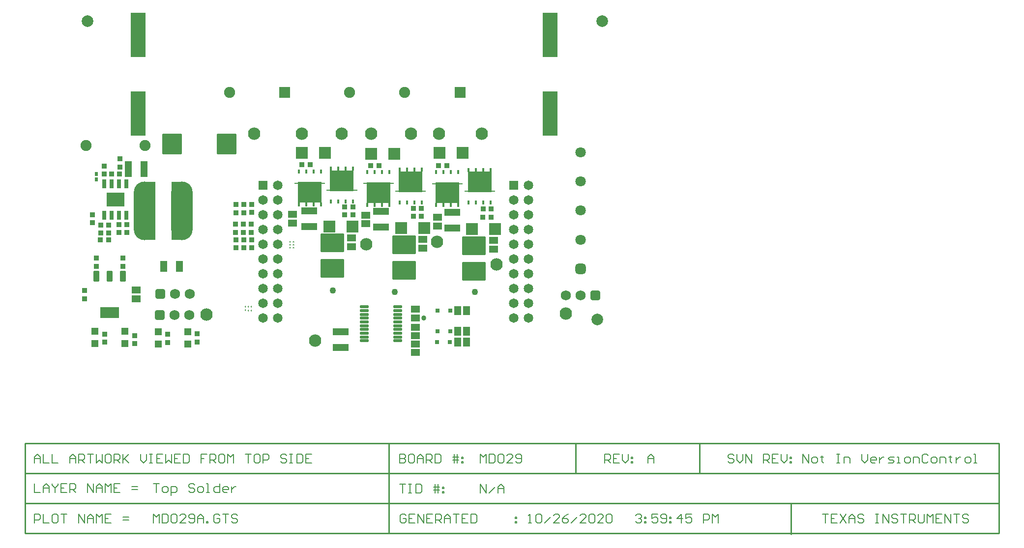
<source format=gts>
G04*
G04 #@! TF.GenerationSoftware,Altium Limited,Altium Designer,18.1.9 (240)*
G04*
G04 Layer_Color=8388736*
%FSAX44Y44*%
%MOMM*%
G71*
G01*
G75*
%ADD15C,0.2032*%
%ADD16C,0.2540*%
G04:AMPARAMS|DCode=24|XSize=0.25mm|YSize=0.555mm|CornerRadius=0.05mm|HoleSize=0mm|Usage=FLASHONLY|Rotation=90.000|XOffset=0mm|YOffset=0mm|HoleType=Round|Shape=RoundedRectangle|*
%AMROUNDEDRECTD24*
21,1,0.2500,0.4550,0,0,90.0*
21,1,0.1500,0.5550,0,0,90.0*
1,1,0.1000,0.2275,0.0750*
1,1,0.1000,0.2275,-0.0750*
1,1,0.1000,-0.2275,-0.0750*
1,1,0.1000,-0.2275,0.0750*
%
%ADD24ROUNDEDRECTD24*%
G04:AMPARAMS|DCode=26|XSize=2.4mm|YSize=3.1mm|CornerRadius=0.048mm|HoleSize=0mm|Usage=FLASHONLY|Rotation=270.000|XOffset=0mm|YOffset=0mm|HoleType=Round|Shape=RoundedRectangle|*
%AMROUNDEDRECTD26*
21,1,2.4000,3.0040,0,0,270.0*
21,1,2.3040,3.1000,0,0,270.0*
1,1,0.0960,-1.5020,-1.1520*
1,1,0.0960,-1.5020,1.1520*
1,1,0.0960,1.5020,1.1520*
1,1,0.0960,1.5020,-1.1520*
%
%ADD26ROUNDEDRECTD26*%
G04:AMPARAMS|DCode=32|XSize=1.5mm|YSize=0.45mm|CornerRadius=0.0495mm|HoleSize=0mm|Usage=FLASHONLY|Rotation=0.000|XOffset=0mm|YOffset=0mm|HoleType=Round|Shape=RoundedRectangle|*
%AMROUNDEDRECTD32*
21,1,1.5000,0.3510,0,0,0.0*
21,1,1.4010,0.4500,0,0,0.0*
1,1,0.0990,0.7005,-0.1755*
1,1,0.0990,-0.7005,-0.1755*
1,1,0.0990,-0.7005,0.1755*
1,1,0.0990,0.7005,0.1755*
%
%ADD32ROUNDEDRECTD32*%
G04:AMPARAMS|DCode=35|XSize=0.2mm|YSize=0.35mm|CornerRadius=0.0505mm|HoleSize=0mm|Usage=FLASHONLY|Rotation=90.000|XOffset=0mm|YOffset=0mm|HoleType=Round|Shape=RoundedRectangle|*
%AMROUNDEDRECTD35*
21,1,0.2000,0.2490,0,0,90.0*
21,1,0.0990,0.3500,0,0,90.0*
1,1,0.1010,0.1245,0.0495*
1,1,0.1010,0.1245,-0.0495*
1,1,0.1010,-0.1245,-0.0495*
1,1,0.1010,-0.1245,0.0495*
%
%ADD35ROUNDEDRECTD35*%
G04:AMPARAMS|DCode=36|XSize=0.2mm|YSize=0.3mm|CornerRadius=0.0505mm|HoleSize=0mm|Usage=FLASHONLY|Rotation=90.000|XOffset=0mm|YOffset=0mm|HoleType=Round|Shape=RoundedRectangle|*
%AMROUNDEDRECTD36*
21,1,0.2000,0.1990,0,0,90.0*
21,1,0.0990,0.3000,0,0,90.0*
1,1,0.1010,0.0995,0.0495*
1,1,0.1010,0.0995,-0.0495*
1,1,0.1010,-0.0995,-0.0495*
1,1,0.1010,-0.0995,0.0495*
%
%ADD36ROUNDEDRECTD36*%
G04:AMPARAMS|DCode=37|XSize=0.76mm|YSize=0.41mm|CornerRadius=0.0495mm|HoleSize=0mm|Usage=FLASHONLY|Rotation=90.000|XOffset=0mm|YOffset=0mm|HoleType=Round|Shape=RoundedRectangle|*
%AMROUNDEDRECTD37*
21,1,0.7600,0.3111,0,0,90.0*
21,1,0.6611,0.4100,0,0,90.0*
1,1,0.0989,0.1556,0.3306*
1,1,0.0989,0.1556,-0.3306*
1,1,0.0989,-0.1556,-0.3306*
1,1,0.0989,-0.1556,0.3306*
%
%ADD37ROUNDEDRECTD37*%
G04:AMPARAMS|DCode=51|XSize=0.2mm|YSize=0.35mm|CornerRadius=0.0505mm|HoleSize=0mm|Usage=FLASHONLY|Rotation=180.000|XOffset=0mm|YOffset=0mm|HoleType=Round|Shape=RoundedRectangle|*
%AMROUNDEDRECTD51*
21,1,0.2000,0.2490,0,0,180.0*
21,1,0.0990,0.3500,0,0,180.0*
1,1,0.1010,-0.0495,0.1245*
1,1,0.1010,0.0495,0.1245*
1,1,0.1010,0.0495,-0.1245*
1,1,0.1010,-0.0495,-0.1245*
%
%ADD51ROUNDEDRECTD51*%
G04:AMPARAMS|DCode=52|XSize=0.2mm|YSize=0.3mm|CornerRadius=0.0505mm|HoleSize=0mm|Usage=FLASHONLY|Rotation=180.000|XOffset=0mm|YOffset=0mm|HoleType=Round|Shape=RoundedRectangle|*
%AMROUNDEDRECTD52*
21,1,0.2000,0.1990,0,0,180.0*
21,1,0.0990,0.3000,0,0,180.0*
1,1,0.1010,-0.0495,0.0995*
1,1,0.1010,0.0495,0.0995*
1,1,0.1010,0.0495,-0.0995*
1,1,0.1010,-0.0495,-0.0995*
%
%ADD52ROUNDEDRECTD52*%
G04:AMPARAMS|DCode=53|XSize=3.58mm|YSize=4mm|CornerRadius=0.0537mm|HoleSize=0mm|Usage=FLASHONLY|Rotation=90.000|XOffset=0mm|YOffset=0mm|HoleType=Round|Shape=RoundedRectangle|*
%AMROUNDEDRECTD53*
21,1,3.5800,3.8926,0,0,90.0*
21,1,3.4726,4.0000,0,0,90.0*
1,1,0.1074,1.9463,1.7363*
1,1,0.1074,1.9463,-1.7363*
1,1,0.1074,-1.9463,-1.7363*
1,1,0.1074,-1.9463,1.7363*
%
%ADD53ROUNDEDRECTD53*%
%ADD54R,0.1800X0.2500*%
%ADD55C,1.1000*%
%ADD56R,0.7000X0.7000*%
%ADD57R,2.1000X2.1000*%
%ADD58R,2.6000X7.6000*%
%ADD59R,2.1000X2.1000*%
%ADD60O,3.7000X10.1000*%
%ADD61R,1.3000X1.3000*%
G04:AMPARAMS|DCode=62|XSize=3.35mm|YSize=3.53mm|CornerRadius=0.0988mm|HoleSize=0mm|Usage=FLASHONLY|Rotation=0.000|XOffset=0mm|YOffset=0mm|HoleType=Round|Shape=RoundedRectangle|*
%AMROUNDEDRECTD62*
21,1,3.3500,3.3325,0,0,0.0*
21,1,3.1525,3.5300,0,0,0.0*
1,1,0.1975,1.5763,-1.6663*
1,1,0.1975,-1.5763,-1.6663*
1,1,0.1975,-1.5763,1.6663*
1,1,0.1975,1.5763,1.6663*
%
%ADD62ROUNDEDRECTD62*%
G04:AMPARAMS|DCode=63|XSize=0.7mm|YSize=1.55mm|CornerRadius=0.101mm|HoleSize=0mm|Usage=FLASHONLY|Rotation=0.000|XOffset=0mm|YOffset=0mm|HoleType=Round|Shape=RoundedRectangle|*
%AMROUNDEDRECTD63*
21,1,0.7000,1.3480,0,0,0.0*
21,1,0.4980,1.5500,0,0,0.0*
1,1,0.2020,0.2490,-0.6740*
1,1,0.2020,-0.2490,-0.6740*
1,1,0.2020,-0.2490,0.6740*
1,1,0.2020,0.2490,0.6740*
%
%ADD63ROUNDEDRECTD63*%
G04:AMPARAMS|DCode=64|XSize=3.3mm|YSize=1.85mm|CornerRadius=0.1025mm|HoleSize=0mm|Usage=FLASHONLY|Rotation=0.000|XOffset=0mm|YOffset=0mm|HoleType=Round|Shape=RoundedRectangle|*
%AMROUNDEDRECTD64*
21,1,3.3000,1.6450,0,0,0.0*
21,1,3.0950,1.8500,0,0,0.0*
1,1,0.2050,1.5475,-0.8225*
1,1,0.2050,-1.5475,-0.8225*
1,1,0.2050,-1.5475,0.8225*
1,1,0.2050,1.5475,0.8225*
%
%ADD64ROUNDEDRECTD64*%
G04:AMPARAMS|DCode=65|XSize=1mm|YSize=1.85mm|CornerRadius=0.0995mm|HoleSize=0mm|Usage=FLASHONLY|Rotation=0.000|XOffset=0mm|YOffset=0mm|HoleType=Round|Shape=RoundedRectangle|*
%AMROUNDEDRECTD65*
21,1,1.0000,1.6510,0,0,0.0*
21,1,0.8010,1.8500,0,0,0.0*
1,1,0.1990,0.4005,-0.8255*
1,1,0.1990,-0.4005,-0.8255*
1,1,0.1990,-0.4005,0.8255*
1,1,0.1990,0.4005,0.8255*
%
%ADD65ROUNDEDRECTD65*%
G04:AMPARAMS|DCode=66|XSize=3.2mm|YSize=4.1mm|CornerRadius=0.0965mm|HoleSize=0mm|Usage=FLASHONLY|Rotation=270.000|XOffset=0mm|YOffset=0mm|HoleType=Round|Shape=RoundedRectangle|*
%AMROUNDEDRECTD66*
21,1,3.2000,3.9070,0,0,270.0*
21,1,3.0070,4.1000,0,0,270.0*
1,1,0.1930,-1.9535,-1.5035*
1,1,0.1930,-1.9535,1.5035*
1,1,0.1930,1.9535,1.5035*
1,1,0.1930,1.9535,-1.5035*
%
%ADD66ROUNDEDRECTD66*%
%ADD67R,2.7000X1.2000*%
%ADD68R,1.2000X2.7000*%
%ADD69R,1.2000X1.8500*%
%ADD70R,0.9000X0.9500*%
%ADD71R,0.6000X0.7000*%
%ADD72R,1.5000X1.2000*%
%ADD73R,0.9500X0.9000*%
%ADD74C,2.0000*%
%ADD75R,1.2000X1.5000*%
%ADD76C,1.7500*%
G04:AMPARAMS|DCode=77|XSize=1.75mm|YSize=1.75mm|CornerRadius=0.4625mm|HoleSize=0mm|Usage=FLASHONLY|Rotation=0.000|XOffset=0mm|YOffset=0mm|HoleType=Round|Shape=RoundedRectangle|*
%AMROUNDEDRECTD77*
21,1,1.7500,0.8250,0,0,0.0*
21,1,0.8250,1.7500,0,0,0.0*
1,1,0.9250,0.4125,-0.4125*
1,1,0.9250,-0.4125,-0.4125*
1,1,0.9250,-0.4125,0.4125*
1,1,0.9250,0.4125,0.4125*
%
%ADD77ROUNDEDRECTD77*%
%ADD78C,1.6500*%
%ADD79R,1.6500X1.6500*%
%ADD80C,1.9000*%
%ADD81R,1.9000X1.9000*%
%ADD82C,1.8000*%
G04:AMPARAMS|DCode=83|XSize=1.8mm|YSize=1.8mm|CornerRadius=0.475mm|HoleSize=0mm|Usage=FLASHONLY|Rotation=90.000|XOffset=0mm|YOffset=0mm|HoleType=Round|Shape=RoundedRectangle|*
%AMROUNDEDRECTD83*
21,1,1.8000,0.8500,0,0,90.0*
21,1,0.8500,1.8000,0,0,90.0*
1,1,0.9500,0.4250,0.4250*
1,1,0.9500,0.4250,-0.4250*
1,1,0.9500,-0.4250,-0.4250*
1,1,0.9500,-0.4250,0.4250*
%
%ADD83ROUNDEDRECTD83*%
%ADD84C,2.1320*%
%ADD85C,0.8620*%
G54D15*
X00322326Y00186814D02*
X00332483D01*
X00327404D01*
Y00171579D01*
X00340100D02*
X00345179D01*
X00347718Y00174118D01*
Y00179196D01*
X00345179Y00181735D01*
X00340100D01*
X00337561Y00179196D01*
Y00174118D01*
X00340100Y00171579D01*
X00352796Y00166500D02*
Y00181735D01*
X00360414D01*
X00362953Y00179196D01*
Y00174118D01*
X00360414Y00171579D01*
X00352796D01*
X00393423Y00184275D02*
X00390884Y00186814D01*
X00385806D01*
X00383266Y00184275D01*
Y00181735D01*
X00385806Y00179196D01*
X00390884D01*
X00393423Y00176657D01*
Y00174118D01*
X00390884Y00171579D01*
X00385806D01*
X00383266Y00174118D01*
X00401040Y00171579D02*
X00406119D01*
X00408658Y00174118D01*
Y00179196D01*
X00406119Y00181735D01*
X00401040D01*
X00398501Y00179196D01*
Y00174118D01*
X00401040Y00171579D01*
X00413736D02*
X00418815D01*
X00416276D01*
Y00186814D01*
X00413736D01*
X00436589D02*
Y00171579D01*
X00428971D01*
X00426432Y00174118D01*
Y00179196D01*
X00428971Y00181735D01*
X00436589D01*
X00449285Y00171579D02*
X00444207D01*
X00441667Y00174118D01*
Y00179196D01*
X00444207Y00181735D01*
X00449285D01*
X00451824Y00179196D01*
Y00176657D01*
X00441667D01*
X00456903Y00181735D02*
Y00171579D01*
Y00176657D01*
X00459442Y00179196D01*
X00461981Y00181735D01*
X00464520D01*
X00322326Y00186814D02*
X00332483D01*
X00327404D01*
Y00171579D01*
X00340100D02*
X00345179D01*
X00347718Y00174118D01*
Y00179196D01*
X00345179Y00181735D01*
X00340100D01*
X00337561Y00179196D01*
Y00174118D01*
X00340100Y00171579D01*
X00352796Y00166500D02*
Y00181735D01*
X00360414D01*
X00362953Y00179196D01*
Y00174118D01*
X00360414Y00171579D01*
X00352796D01*
X00393423Y00184275D02*
X00390884Y00186814D01*
X00385806D01*
X00383266Y00184275D01*
Y00181735D01*
X00385806Y00179196D01*
X00390884D01*
X00393423Y00176657D01*
Y00174118D01*
X00390884Y00171579D01*
X00385806D01*
X00383266Y00174118D01*
X00401040Y00171579D02*
X00406119D01*
X00408658Y00174118D01*
Y00179196D01*
X00406119Y00181735D01*
X00401040D01*
X00398501Y00179196D01*
Y00174118D01*
X00401040Y00171579D01*
X00413736D02*
X00418815D01*
X00416276D01*
Y00186814D01*
X00413736D01*
X00436589D02*
Y00171579D01*
X00428971D01*
X00426432Y00174118D01*
Y00179196D01*
X00428971Y00181735D01*
X00436589D01*
X00449285Y00171579D02*
X00444207D01*
X00441667Y00174118D01*
Y00179196D01*
X00444207Y00181735D01*
X00449285D01*
X00451824Y00179196D01*
Y00176657D01*
X00441667D01*
X00456903Y00181735D02*
Y00171579D01*
Y00176657D01*
X00459442Y00179196D01*
X00461981Y00181735D01*
X00464520D01*
X00885317Y00171450D02*
Y00186685D01*
X00895474Y00171450D01*
Y00186685D01*
X00900552Y00171450D02*
X00910709Y00181607D01*
X00915787Y00171450D02*
Y00181607D01*
X00920865Y00186685D01*
X00925944Y00181607D01*
Y00171450D01*
Y00179067D01*
X00915787D01*
X00746760Y00186685D02*
X00756917D01*
X00751838D01*
Y00171450D01*
X00761995Y00186685D02*
X00767073D01*
X00764534D01*
Y00171450D01*
X00761995D01*
X00767073D01*
X00774691Y00186685D02*
Y00171450D01*
X00782309D01*
X00784848Y00173989D01*
Y00184146D01*
X00782309Y00186685D01*
X00774691D01*
X00807700Y00171450D02*
Y00186685D01*
X00812779D02*
Y00171450D01*
X00805161Y00181607D02*
X00812779D01*
X00815318D01*
X00805161Y00176528D02*
X00815318D01*
X00820396Y00181607D02*
X00822935D01*
Y00179067D01*
X00820396D01*
Y00181607D01*
Y00173989D02*
X00822935D01*
Y00171450D01*
X00820396D01*
Y00173989D01*
X01474470Y00134530D02*
X01484627D01*
X01479548D01*
Y00119295D01*
X01499862Y00134530D02*
X01489705D01*
Y00119295D01*
X01499862D01*
X01489705Y00126912D02*
X01494783D01*
X01504940Y00134530D02*
X01515097Y00119295D01*
Y00134530D02*
X01504940Y00119295D01*
X01520175D02*
Y00129452D01*
X01525254Y00134530D01*
X01530332Y00129452D01*
Y00119295D01*
Y00126912D01*
X01520175D01*
X01545567Y00131991D02*
X01543028Y00134530D01*
X01537950D01*
X01535410Y00131991D01*
Y00129452D01*
X01537950Y00126912D01*
X01543028D01*
X01545567Y00124373D01*
Y00121834D01*
X01543028Y00119295D01*
X01537950D01*
X01535410Y00121834D01*
X01565880Y00134530D02*
X01570959D01*
X01568420D01*
Y00119295D01*
X01565880D01*
X01570959D01*
X01578576D02*
Y00134530D01*
X01588733Y00119295D01*
Y00134530D01*
X01603968Y00131991D02*
X01601429Y00134530D01*
X01596351D01*
X01593811Y00131991D01*
Y00129452D01*
X01596351Y00126912D01*
X01601429D01*
X01603968Y00124373D01*
Y00121834D01*
X01601429Y00119295D01*
X01596351D01*
X01593811Y00121834D01*
X01609046Y00134530D02*
X01619203D01*
X01614125D01*
Y00119295D01*
X01624281D02*
Y00134530D01*
X01631899D01*
X01634438Y00131991D01*
Y00126912D01*
X01631899Y00124373D01*
X01624281D01*
X01629360D02*
X01634438Y00119295D01*
X01639517Y00134530D02*
Y00121834D01*
X01642056Y00119295D01*
X01647134D01*
X01649673Y00121834D01*
Y00134530D01*
X01654752Y00119295D02*
Y00134530D01*
X01659830Y00129452D01*
X01664908Y00134530D01*
Y00119295D01*
X01680143Y00134530D02*
X01669987D01*
Y00119295D01*
X01680143D01*
X01669987Y00126912D02*
X01675065D01*
X01685222Y00119295D02*
Y00134530D01*
X01695379Y00119295D01*
Y00134530D01*
X01700457D02*
X01710614D01*
X01705535D01*
Y00119295D01*
X01725849Y00131991D02*
X01723309Y00134530D01*
X01718231D01*
X01715692Y00131991D01*
Y00129452D01*
X01718231Y00126912D01*
X01723309D01*
X01725849Y00124373D01*
Y00121834D01*
X01723309Y00119295D01*
X01718231D01*
X01715692Y00121834D01*
X01153287Y00131991D02*
X01155826Y00134530D01*
X01160904D01*
X01163444Y00131991D01*
Y00129452D01*
X01160904Y00126912D01*
X01158365D01*
X01160904D01*
X01163444Y00124373D01*
Y00121834D01*
X01160904Y00119295D01*
X01155826D01*
X01153287Y00121834D01*
X01168522Y00129452D02*
X01171061D01*
Y00126912D01*
X01168522D01*
Y00129452D01*
Y00121834D02*
X01171061D01*
Y00119295D01*
X01168522D01*
Y00121834D01*
X01191375Y00134530D02*
X01181218D01*
Y00126912D01*
X01186296Y00129452D01*
X01188836D01*
X01191375Y00126912D01*
Y00121834D01*
X01188836Y00119295D01*
X01183757D01*
X01181218Y00121834D01*
X01196453D02*
X01198992Y00119295D01*
X01204071D01*
X01206610Y00121834D01*
Y00131991D01*
X01204071Y00134530D01*
X01198992D01*
X01196453Y00131991D01*
Y00129452D01*
X01198992Y00126912D01*
X01206610D01*
X01211688Y00129452D02*
X01214227D01*
Y00126912D01*
X01211688D01*
Y00129452D01*
Y00121834D02*
X01214227D01*
Y00119295D01*
X01211688D01*
Y00121834D01*
X01232001Y00119295D02*
Y00134530D01*
X01224384Y00126912D01*
X01234541D01*
X01249776Y00134530D02*
X01239619D01*
Y00126912D01*
X01244697Y00129452D01*
X01247237D01*
X01249776Y00126912D01*
Y00121834D01*
X01247237Y00119295D01*
X01242158D01*
X01239619Y00121834D01*
X01270089Y00119295D02*
Y00134530D01*
X01277707D01*
X01280246Y00131991D01*
Y00126912D01*
X01277707Y00124373D01*
X01270089D01*
X01285324Y00119295D02*
Y00134530D01*
X01290403Y00129452D01*
X01295481Y00134530D01*
Y00119295D01*
X00117729D02*
Y00134530D01*
X00125346D01*
X00127886Y00131991D01*
Y00126912D01*
X00125346Y00124373D01*
X00117729D01*
X00132964Y00134530D02*
Y00119295D01*
X00143121D01*
X00155817Y00134530D02*
X00150738D01*
X00148199Y00131991D01*
Y00121834D01*
X00150738Y00119295D01*
X00155817D01*
X00158356Y00121834D01*
Y00131991D01*
X00155817Y00134530D01*
X00163434D02*
X00173591D01*
X00168513D01*
Y00119295D01*
X00193904D02*
Y00134530D01*
X00204061Y00119295D01*
Y00134530D01*
X00209139Y00119295D02*
Y00129452D01*
X00214218Y00134530D01*
X00219296Y00129452D01*
Y00119295D01*
Y00126912D01*
X00209139D01*
X00224375Y00119295D02*
Y00134530D01*
X00229453Y00129452D01*
X00234531Y00134530D01*
Y00119295D01*
X00249766Y00134530D02*
X00239610D01*
Y00119295D01*
X00249766D01*
X00239610Y00126912D02*
X00244688D01*
X00270080Y00124373D02*
X00280236D01*
X00270080Y00129452D02*
X00280236D01*
X00117729Y00186814D02*
Y00171579D01*
X00127886D01*
X00132964D02*
Y00181735D01*
X00138042Y00186814D01*
X00143121Y00181735D01*
Y00171579D01*
Y00179196D01*
X00132964D01*
X00148199Y00186814D02*
Y00184275D01*
X00153278Y00179196D01*
X00158356Y00184275D01*
Y00186814D01*
X00153278Y00179196D02*
Y00171579D01*
X00173591Y00186814D02*
X00163434D01*
Y00171579D01*
X00173591D01*
X00163434Y00179196D02*
X00168513D01*
X00178669Y00171579D02*
Y00186814D01*
X00186287D01*
X00188826Y00184275D01*
Y00179196D01*
X00186287Y00176657D01*
X00178669D01*
X00183748D02*
X00188826Y00171579D01*
X00209139D02*
Y00186814D01*
X00219296Y00171579D01*
Y00186814D01*
X00224375Y00171579D02*
Y00181735D01*
X00229453Y00186814D01*
X00234531Y00181735D01*
Y00171579D01*
Y00179196D01*
X00224375D01*
X00239610Y00171579D02*
Y00186814D01*
X00244688Y00181735D01*
X00249766Y00186814D01*
Y00171579D01*
X00265001Y00186814D02*
X00254845D01*
Y00171579D01*
X00265001D01*
X00254845Y00179196D02*
X00259923D01*
X00285315Y00176657D02*
X00295471D01*
X00285315Y00181735D02*
X00295471D01*
X00746760Y00238332D02*
Y00223097D01*
X00754378D01*
X00756917Y00225636D01*
Y00228175D01*
X00754378Y00230714D01*
X00746760D01*
X00754378D01*
X00756917Y00233253D01*
Y00235793D01*
X00754378Y00238332D01*
X00746760D01*
X00769613D02*
X00764534D01*
X00761995Y00235793D01*
Y00225636D01*
X00764534Y00223097D01*
X00769613D01*
X00772152Y00225636D01*
Y00235793D01*
X00769613Y00238332D01*
X00777230Y00223097D02*
Y00233253D01*
X00782309Y00238332D01*
X00787387Y00233253D01*
Y00223097D01*
Y00230714D01*
X00777230D01*
X00792465Y00223097D02*
Y00238332D01*
X00800083D01*
X00802622Y00235793D01*
Y00230714D01*
X00800083Y00228175D01*
X00792465D01*
X00797544D02*
X00802622Y00223097D01*
X00807700Y00238332D02*
Y00223097D01*
X00815318D01*
X00817857Y00225636D01*
Y00235793D01*
X00815318Y00238332D01*
X00807700D01*
X00840710Y00223097D02*
Y00238332D01*
X00845788D02*
Y00223097D01*
X00838170Y00233253D02*
X00845788D01*
X00848327D01*
X00838170Y00228175D02*
X00848327D01*
X00853406Y00233253D02*
X00855945D01*
Y00230714D01*
X00853406D01*
Y00233253D01*
Y00225636D02*
X00855945D01*
Y00223097D01*
X00853406D01*
Y00225636D01*
X00885317Y00223097D02*
Y00238332D01*
X00890395Y00233253D01*
X00895474Y00238332D01*
Y00223097D01*
X00900552Y00238332D02*
Y00223097D01*
X00908170D01*
X00910709Y00225636D01*
Y00235793D01*
X00908170Y00238332D01*
X00900552D01*
X00915787Y00235793D02*
X00918326Y00238332D01*
X00923405D01*
X00925944Y00235793D01*
Y00225636D01*
X00923405Y00223097D01*
X00918326D01*
X00915787Y00225636D01*
Y00235793D01*
X00941179Y00223097D02*
X00931022D01*
X00941179Y00233253D01*
Y00235793D01*
X00938640Y00238332D01*
X00933561D01*
X00931022Y00235793D01*
X00946257Y00225636D02*
X00948796Y00223097D01*
X00953875D01*
X00956414Y00225636D01*
Y00235793D01*
X00953875Y00238332D01*
X00948796D01*
X00946257Y00235793D01*
Y00233253D01*
X00948796Y00230714D01*
X00956414D01*
X01173861Y00223097D02*
Y00233253D01*
X01178939Y00238332D01*
X01184018Y00233253D01*
Y00223097D01*
Y00230714D01*
X01173861D01*
X00117729Y00223097D02*
Y00233253D01*
X00122807Y00238332D01*
X00127886Y00233253D01*
Y00223097D01*
Y00230714D01*
X00117729D01*
X00132964Y00238332D02*
Y00223097D01*
X00143121D01*
X00148199Y00238332D02*
Y00223097D01*
X00158356D01*
X00178669D02*
Y00233253D01*
X00183748Y00238332D01*
X00188826Y00233253D01*
Y00223097D01*
Y00230714D01*
X00178669D01*
X00193904Y00223097D02*
Y00238332D01*
X00201522D01*
X00204061Y00235793D01*
Y00230714D01*
X00201522Y00228175D01*
X00193904D01*
X00198983D02*
X00204061Y00223097D01*
X00209139Y00238332D02*
X00219296D01*
X00214218D01*
Y00223097D01*
X00224375Y00238332D02*
Y00223097D01*
X00229453Y00228175D01*
X00234531Y00223097D01*
Y00238332D01*
X00247227D02*
X00242149D01*
X00239610Y00235793D01*
Y00225636D01*
X00242149Y00223097D01*
X00247227D01*
X00249766Y00225636D01*
Y00235793D01*
X00247227Y00238332D01*
X00254845Y00223097D02*
Y00238332D01*
X00262462D01*
X00265001Y00235793D01*
Y00230714D01*
X00262462Y00228175D01*
X00254845D01*
X00259923D02*
X00265001Y00223097D01*
X00270080Y00238332D02*
Y00223097D01*
Y00228175D01*
X00280236Y00238332D01*
X00272619Y00230714D01*
X00280236Y00223097D01*
X00300550Y00238332D02*
Y00228175D01*
X00305628Y00223097D01*
X00310707Y00228175D01*
Y00238332D01*
X00315785D02*
X00320863D01*
X00318324D01*
Y00223097D01*
X00315785D01*
X00320863D01*
X00338638Y00238332D02*
X00328481D01*
Y00223097D01*
X00338638D01*
X00328481Y00230714D02*
X00333559D01*
X00343716Y00238332D02*
Y00223097D01*
X00348794Y00228175D01*
X00353873Y00223097D01*
Y00238332D01*
X00369108D02*
X00358951D01*
Y00223097D01*
X00369108D01*
X00358951Y00230714D02*
X00364029D01*
X00374186Y00238332D02*
Y00223097D01*
X00381804D01*
X00384343Y00225636D01*
Y00235793D01*
X00381804Y00238332D01*
X00374186D01*
X00414813D02*
X00404656D01*
Y00230714D01*
X00409734D01*
X00404656D01*
Y00223097D01*
X00419891D02*
Y00238332D01*
X00427509D01*
X00430048Y00235793D01*
Y00230714D01*
X00427509Y00228175D01*
X00419891D01*
X00424970D02*
X00430048Y00223097D01*
X00442744Y00238332D02*
X00437665D01*
X00435126Y00235793D01*
Y00225636D01*
X00437665Y00223097D01*
X00442744D01*
X00445283Y00225636D01*
Y00235793D01*
X00442744Y00238332D01*
X00450361Y00223097D02*
Y00238332D01*
X00455440Y00233253D01*
X00460518Y00238332D01*
Y00223097D01*
X00480832Y00238332D02*
X00490988D01*
X00485910D01*
Y00223097D01*
X00503684Y00238332D02*
X00498606D01*
X00496067Y00235793D01*
Y00225636D01*
X00498606Y00223097D01*
X00503684D01*
X00506223Y00225636D01*
Y00235793D01*
X00503684Y00238332D01*
X00511302Y00223097D02*
Y00238332D01*
X00518919D01*
X00521458Y00235793D01*
Y00230714D01*
X00518919Y00228175D01*
X00511302D01*
X00551929Y00235793D02*
X00549389Y00238332D01*
X00544311D01*
X00541772Y00235793D01*
Y00233253D01*
X00544311Y00230714D01*
X00549389D01*
X00551929Y00228175D01*
Y00225636D01*
X00549389Y00223097D01*
X00544311D01*
X00541772Y00225636D01*
X00557007Y00238332D02*
X00562085D01*
X00559546D01*
Y00223097D01*
X00557007D01*
X00562085D01*
X00569703Y00238332D02*
Y00223097D01*
X00577320D01*
X00579860Y00225636D01*
Y00235793D01*
X00577320Y00238332D01*
X00569703D01*
X00595095D02*
X00584938D01*
Y00223097D01*
X00595095D01*
X00584938Y00230714D02*
X00590016D01*
X00757425Y00131991D02*
X00754885Y00134530D01*
X00749807D01*
X00747268Y00131991D01*
Y00121834D01*
X00749807Y00119295D01*
X00754885D01*
X00757425Y00121834D01*
Y00126912D01*
X00752346D01*
X00772660Y00134530D02*
X00762503D01*
Y00119295D01*
X00772660D01*
X00762503Y00126912D02*
X00767581D01*
X00777738Y00119295D02*
Y00134530D01*
X00787895Y00119295D01*
Y00134530D01*
X00803130D02*
X00792973D01*
Y00119295D01*
X00803130D01*
X00792973Y00126912D02*
X00798052D01*
X00808208Y00119295D02*
Y00134530D01*
X00815826D01*
X00818365Y00131991D01*
Y00126912D01*
X00815826Y00124373D01*
X00808208D01*
X00813287D02*
X00818365Y00119295D01*
X00823443D02*
Y00129452D01*
X00828522Y00134530D01*
X00833600Y00129452D01*
Y00119295D01*
Y00126912D01*
X00823443D01*
X00838678Y00134530D02*
X00848835D01*
X00843757D01*
Y00119295D01*
X00864070Y00134530D02*
X00853913D01*
Y00119295D01*
X00864070D01*
X00853913Y00126912D02*
X00858992D01*
X00869149Y00134530D02*
Y00119295D01*
X00876766D01*
X00879305Y00121834D01*
Y00131991D01*
X00876766Y00134530D01*
X00869149D01*
X00945324Y00129452D02*
X00947863D01*
Y00126912D01*
X00945324D01*
Y00129452D01*
Y00121834D02*
X00947863D01*
Y00119295D01*
X00945324D01*
Y00121834D01*
X00968121Y00119295D02*
X00973199D01*
X00970660D01*
Y00134530D01*
X00968121Y00131991D01*
X00980817D02*
X00983356Y00134530D01*
X00988434D01*
X00990974Y00131991D01*
Y00121834D01*
X00988434Y00119295D01*
X00983356D01*
X00980817Y00121834D01*
Y00131991D01*
X00996052Y00119295D02*
X01006209Y00129452D01*
X01021444Y00119295D02*
X01011287D01*
X01021444Y00129452D01*
Y00131991D01*
X01018905Y00134530D01*
X01013826D01*
X01011287Y00131991D01*
X01036679Y00134530D02*
X01031600Y00131991D01*
X01026522Y00126912D01*
Y00121834D01*
X01029061Y00119295D01*
X01034140D01*
X01036679Y00121834D01*
Y00124373D01*
X01034140Y00126912D01*
X01026522D01*
X01041757Y00119295D02*
X01051914Y00129452D01*
X01067149Y00119295D02*
X01056992D01*
X01067149Y00129452D01*
Y00131991D01*
X01064610Y00134530D01*
X01059531D01*
X01056992Y00131991D01*
X01072227D02*
X01074766Y00134530D01*
X01079845D01*
X01082384Y00131991D01*
Y00121834D01*
X01079845Y00119295D01*
X01074766D01*
X01072227Y00121834D01*
Y00131991D01*
X01097619Y00119295D02*
X01087462D01*
X01097619Y00129452D01*
Y00131991D01*
X01095080Y00134530D01*
X01090002D01*
X01087462Y00131991D01*
X01102698D02*
X01105237Y00134530D01*
X01110315D01*
X01112854Y00131991D01*
Y00121834D01*
X01110315Y00119295D01*
X01105237D01*
X01102698Y00121834D01*
Y00131991D01*
X00322326Y00119295D02*
Y00134530D01*
X00327404Y00129452D01*
X00332483Y00134530D01*
Y00119295D01*
X00337561Y00134530D02*
Y00119295D01*
X00345179D01*
X00347718Y00121834D01*
Y00131991D01*
X00345179Y00134530D01*
X00337561D01*
X00352796Y00131991D02*
X00355335Y00134530D01*
X00360414D01*
X00362953Y00131991D01*
Y00121834D01*
X00360414Y00119295D01*
X00355335D01*
X00352796Y00121834D01*
Y00131991D01*
X00378188Y00119295D02*
X00368031D01*
X00378188Y00129452D01*
Y00131991D01*
X00375649Y00134530D01*
X00370570D01*
X00368031Y00131991D01*
X00383266Y00121834D02*
X00385806Y00119295D01*
X00390884D01*
X00393423Y00121834D01*
Y00131991D01*
X00390884Y00134530D01*
X00385806D01*
X00383266Y00131991D01*
Y00129452D01*
X00385806Y00126912D01*
X00393423D01*
X00398501Y00119295D02*
Y00129452D01*
X00403580Y00134530D01*
X00408658Y00129452D01*
Y00119295D01*
Y00126912D01*
X00398501D01*
X00413736Y00119295D02*
Y00121834D01*
X00416276D01*
Y00119295D01*
X00413736D01*
X00436589Y00131991D02*
X00434050Y00134530D01*
X00428971D01*
X00426432Y00131991D01*
Y00121834D01*
X00428971Y00119295D01*
X00434050D01*
X00436589Y00121834D01*
Y00126912D01*
X00431511D01*
X00441667Y00134530D02*
X00451824D01*
X00446746D01*
Y00119295D01*
X00467059Y00131991D02*
X00464520Y00134530D01*
X00459442D01*
X00456903Y00131991D01*
Y00129452D01*
X00459442Y00126912D01*
X00464520D01*
X00467059Y00124373D01*
Y00121834D01*
X00464520Y00119295D01*
X00459442D01*
X00456903Y00121834D01*
X01099820Y00223097D02*
Y00238332D01*
X01107438D01*
X01109977Y00235793D01*
Y00230714D01*
X01107438Y00228175D01*
X01099820D01*
X01104898D02*
X01109977Y00223097D01*
X01125212Y00238332D02*
X01115055D01*
Y00223097D01*
X01125212D01*
X01115055Y00230714D02*
X01120133D01*
X01130290Y00238332D02*
Y00228175D01*
X01135368Y00223097D01*
X01140447Y00228175D01*
Y00238332D01*
X01145525Y00233253D02*
X01148064D01*
Y00230714D01*
X01145525D01*
Y00233253D01*
Y00225636D02*
X01148064D01*
Y00223097D01*
X01145525D01*
Y00225636D01*
X01322829Y00235793D02*
X01320289Y00238332D01*
X01315211D01*
X01312672Y00235793D01*
Y00233253D01*
X01315211Y00230714D01*
X01320289D01*
X01322829Y00228175D01*
Y00225636D01*
X01320289Y00223097D01*
X01315211D01*
X01312672Y00225636D01*
X01327907Y00238332D02*
Y00228175D01*
X01332985Y00223097D01*
X01338064Y00228175D01*
Y00238332D01*
X01343142Y00223097D02*
Y00238332D01*
X01353299Y00223097D01*
Y00238332D01*
X01373612Y00223097D02*
Y00238332D01*
X01381230D01*
X01383769Y00235793D01*
Y00230714D01*
X01381230Y00228175D01*
X01373612D01*
X01378691D02*
X01383769Y00223097D01*
X01399004Y00238332D02*
X01388847D01*
Y00223097D01*
X01399004D01*
X01388847Y00230714D02*
X01393926D01*
X01404082Y00238332D02*
Y00228175D01*
X01409161Y00223097D01*
X01414239Y00228175D01*
Y00238332D01*
X01419317Y00233253D02*
X01421857D01*
Y00230714D01*
X01419317D01*
Y00233253D01*
Y00225636D02*
X01421857D01*
Y00223097D01*
X01419317D01*
Y00225636D01*
X01441196Y00223097D02*
Y00238332D01*
X01451353Y00223097D01*
Y00238332D01*
X01458970Y00223097D02*
X01464049D01*
X01466588Y00225636D01*
Y00230714D01*
X01464049Y00233253D01*
X01458970D01*
X01456431Y00230714D01*
Y00225636D01*
X01458970Y00223097D01*
X01474205Y00235793D02*
Y00233253D01*
X01471666D01*
X01476745D01*
X01474205D01*
Y00225636D01*
X01476745Y00223097D01*
X01499597Y00238332D02*
X01504675D01*
X01502136D01*
Y00223097D01*
X01499597D01*
X01504675D01*
X01512293D02*
Y00233253D01*
X01519910D01*
X01522450Y00230714D01*
Y00223097D01*
X01542763Y00238332D02*
Y00228175D01*
X01547841Y00223097D01*
X01552920Y00228175D01*
Y00238332D01*
X01565616Y00223097D02*
X01560537D01*
X01557998Y00225636D01*
Y00230714D01*
X01560537Y00233253D01*
X01565616D01*
X01568155Y00230714D01*
Y00228175D01*
X01557998D01*
X01573233Y00233253D02*
Y00223097D01*
Y00228175D01*
X01575773Y00230714D01*
X01578312Y00233253D01*
X01580851D01*
X01588468Y00223097D02*
X01596086D01*
X01598625Y00225636D01*
X01596086Y00228175D01*
X01591008D01*
X01588468Y00230714D01*
X01591008Y00233253D01*
X01598625D01*
X01603703Y00223097D02*
X01608782D01*
X01606243D01*
Y00233253D01*
X01603703D01*
X01618938Y00223097D02*
X01624017D01*
X01626556Y00225636D01*
Y00230714D01*
X01624017Y00233253D01*
X01618938D01*
X01616399Y00230714D01*
Y00225636D01*
X01618938Y00223097D01*
X01631634D02*
Y00233253D01*
X01639252D01*
X01641791Y00230714D01*
Y00223097D01*
X01657026Y00235793D02*
X01654487Y00238332D01*
X01649409D01*
X01646870Y00235793D01*
Y00225636D01*
X01649409Y00223097D01*
X01654487D01*
X01657026Y00225636D01*
X01664644Y00223097D02*
X01669722D01*
X01672261Y00225636D01*
Y00230714D01*
X01669722Y00233253D01*
X01664644D01*
X01662104Y00230714D01*
Y00225636D01*
X01664644Y00223097D01*
X01677340D02*
Y00233253D01*
X01684957D01*
X01687496Y00230714D01*
Y00223097D01*
X01695114Y00235793D02*
Y00233253D01*
X01692575D01*
X01697653D01*
X01695114D01*
Y00225636D01*
X01697653Y00223097D01*
X01705271Y00233253D02*
Y00223097D01*
Y00228175D01*
X01707810Y00230714D01*
X01710349Y00233253D01*
X01712888D01*
X01723045Y00223097D02*
X01728123D01*
X01730662Y00225636D01*
Y00230714D01*
X01728123Y00233253D01*
X01723045D01*
X01720506Y00230714D01*
Y00225636D01*
X01723045Y00223097D01*
X01735741D02*
X01740819D01*
X01738280D01*
Y00238332D01*
X01735741D01*
G54D16*
X01420876Y00100076D02*
Y00151596D01*
X01118870Y00101727D02*
X01778508D01*
Y00256667D01*
X00727710Y00101727D02*
Y00256667D01*
X00101600Y00101727D02*
Y00256667D01*
X00101727Y00101727D02*
X00501904D01*
X00101727D02*
Y00256667D01*
X01778508D01*
X00101600Y00101727D02*
X01118870D01*
X00101600Y00153374D02*
X01778000D01*
X00101600Y00205020D02*
X01778508D01*
X01049528D02*
Y00256667D01*
X01262888Y00205020D02*
Y00256667D01*
G54D24*
X00908171Y00691286D02*
D03*
X00860721D02*
D03*
X00568083Y00704717D02*
D03*
X00615533D02*
D03*
X00686447Y00704151D02*
D03*
X00733897D02*
D03*
X00670905Y00693106D02*
D03*
X00623455D02*
D03*
X00789269Y00691361D02*
D03*
X00741819D02*
D03*
X00804823Y00703876D02*
D03*
X00852273D02*
D03*
G54D26*
X00257210Y00676656D02*
D03*
G54D32*
X00685364Y00491784D02*
D03*
Y00485284D02*
D03*
Y00478784D02*
D03*
Y00472284D02*
D03*
Y00465784D02*
D03*
Y00459284D02*
D03*
Y00452784D02*
D03*
Y00446284D02*
D03*
Y00439784D02*
D03*
Y00433284D02*
D03*
X00743364D02*
D03*
Y00439784D02*
D03*
Y00446284D02*
D03*
Y00452784D02*
D03*
Y00459284D02*
D03*
Y00465784D02*
D03*
Y00472284D02*
D03*
Y00478784D02*
D03*
Y00485284D02*
D03*
Y00491784D02*
D03*
G54D35*
X00558248Y00603438D02*
D03*
G54D36*
X00557998Y00598438D02*
D03*
Y00593438D02*
D03*
X00563998D02*
D03*
Y00598438D02*
D03*
Y00603438D02*
D03*
G54D37*
X00865396Y00671386D02*
D03*
X00878096D02*
D03*
X00890796D02*
D03*
X00903496D02*
D03*
Y00727786D02*
D03*
X00890796D02*
D03*
X00878096D02*
D03*
X00865396D02*
D03*
X00610858Y00724617D02*
D03*
X00598158D02*
D03*
X00585458D02*
D03*
X00572758D02*
D03*
Y00668217D02*
D03*
X00585458D02*
D03*
X00598158D02*
D03*
X00610858D02*
D03*
X00729222Y00724051D02*
D03*
X00716522D02*
D03*
X00703822D02*
D03*
X00691122D02*
D03*
Y00667651D02*
D03*
X00703822D02*
D03*
X00716522D02*
D03*
X00729222D02*
D03*
X00628130Y00673206D02*
D03*
X00640830D02*
D03*
X00653530D02*
D03*
X00666230D02*
D03*
Y00729606D02*
D03*
X00653530D02*
D03*
X00640830D02*
D03*
X00628130D02*
D03*
X00746494Y00671461D02*
D03*
X00759194D02*
D03*
X00771894D02*
D03*
X00784594D02*
D03*
Y00727861D02*
D03*
X00771894D02*
D03*
X00759194D02*
D03*
X00746494D02*
D03*
X00847598Y00723776D02*
D03*
X00834898D02*
D03*
X00822198D02*
D03*
X00809498D02*
D03*
Y00667376D02*
D03*
X00822198D02*
D03*
X00834898D02*
D03*
X00847598D02*
D03*
G54D51*
X00480648Y00485884D02*
D03*
G54D52*
X00485648Y00485634D02*
D03*
X00490648D02*
D03*
Y00491634D02*
D03*
X00485648D02*
D03*
X00480648D02*
D03*
G54D53*
X00884446Y00707086D02*
D03*
X00591808Y00688917D02*
D03*
X00710172Y00688351D02*
D03*
X00647180Y00708906D02*
D03*
X00765544Y00707161D02*
D03*
X00828548Y00688076D02*
D03*
G54D54*
X00863746Y00691286D02*
D03*
X00905145Y00691286D02*
D03*
X00612507Y00704717D02*
D03*
X00571108Y00704716D02*
D03*
X00730871Y00704151D02*
D03*
X00689472Y00704151D02*
D03*
X00626480Y00693106D02*
D03*
X00667879Y00693106D02*
D03*
X00744844Y00691361D02*
D03*
X00786243Y00691361D02*
D03*
X00849247Y00703876D02*
D03*
X00807848Y00703876D02*
D03*
G54D55*
X00876300Y00517188D02*
D03*
X00631257Y00519906D02*
D03*
X00738632Y00517518D02*
D03*
G54D56*
X00811381Y00430825D02*
D03*
X00833381D02*
D03*
X00811625Y00485675D02*
D03*
X00833625D02*
D03*
X00811601Y00449536D02*
D03*
X00833601D02*
D03*
G54D57*
X00870778Y00625856D02*
D03*
X00910778D02*
D03*
X00618298Y00756666D02*
D03*
X00578298D02*
D03*
X00737526Y00755396D02*
D03*
X00697526D02*
D03*
X00625748Y00629766D02*
D03*
X00665748D02*
D03*
X00749153Y00627402D02*
D03*
X00789153D02*
D03*
X00854898Y00756666D02*
D03*
X00814898D02*
D03*
G54D58*
X00296279Y00960056D02*
D03*
Y00825056D02*
D03*
X01005447Y00960056D02*
D03*
Y00825056D02*
D03*
G54D59*
X00363598Y00697136D02*
D03*
Y00617136D02*
D03*
X00315598D02*
D03*
Y00697136D02*
D03*
G54D60*
X00371598Y00657136D02*
D03*
X00307598D02*
D03*
G54D61*
X00381508Y00448736D02*
D03*
Y00427736D02*
D03*
X00221680Y00428726D02*
D03*
Y00449726D02*
D03*
X00273720Y00449666D02*
D03*
Y00428666D02*
D03*
X00330708Y00449076D02*
D03*
Y00428076D02*
D03*
G54D62*
X00355078Y00771906D02*
D03*
X00448578D02*
D03*
G54D63*
X00276260Y00703906D02*
D03*
X00263560D02*
D03*
X00250860D02*
D03*
X00238160D02*
D03*
X00276260Y00649406D02*
D03*
X00263560D02*
D03*
X00250860D02*
D03*
X00238160D02*
D03*
G54D64*
X00246888Y00481656D02*
D03*
G54D65*
X00223888Y00544156D02*
D03*
X00246888D02*
D03*
X00269888D02*
D03*
G54D66*
X00874268Y00597266D02*
D03*
Y00553266D02*
D03*
X00630428Y00601713D02*
D03*
Y00557713D02*
D03*
X00754064Y00598376D02*
D03*
Y00554376D02*
D03*
G54D67*
X00645201Y00421907D02*
D03*
Y00448907D02*
D03*
X00837438Y00654596D02*
D03*
Y00627596D02*
D03*
X00590958Y00657136D02*
D03*
Y00630136D02*
D03*
X00714572Y00655866D02*
D03*
Y00628866D02*
D03*
G54D68*
X00306270Y00728726D02*
D03*
X00279270D02*
D03*
G54D69*
X00340068Y00561086D02*
D03*
X00367068D02*
D03*
G54D70*
X00651888Y00650018D02*
D03*
X00665888D02*
D03*
X00276910Y00633476D02*
D03*
X00262910D02*
D03*
X00245160Y00606806D02*
D03*
X00231160D02*
D03*
X00264210Y00720456D02*
D03*
X00250210D02*
D03*
X00262910Y00619506D02*
D03*
X00276910D02*
D03*
X00592458Y00736346D02*
D03*
X00578458D02*
D03*
X00710822Y00735076D02*
D03*
X00696822D02*
D03*
X00651888Y00663482D02*
D03*
X00665888D02*
D03*
X00770002Y00661416D02*
D03*
X00784002D02*
D03*
X00827928Y00735076D02*
D03*
X00813928D02*
D03*
X00890345Y00660498D02*
D03*
X00904345D02*
D03*
X00890128Y00646336D02*
D03*
X00904128D02*
D03*
X00770002Y00647954D02*
D03*
X00784002D02*
D03*
G54D71*
X00224190Y00721026D02*
D03*
Y00711026D02*
D03*
G54D72*
X00773430Y00472814D02*
D03*
Y00487814D02*
D03*
X00773684Y00441679D02*
D03*
Y00456679D02*
D03*
X00773752Y00412957D02*
D03*
Y00427957D02*
D03*
X00292608Y00505406D02*
D03*
Y00520406D02*
D03*
X00561722Y00635902D02*
D03*
Y00650902D02*
D03*
X00688572Y00634866D02*
D03*
Y00649866D02*
D03*
X00663866Y00595355D02*
D03*
Y00610355D02*
D03*
X00786241Y00593076D02*
D03*
Y00608076D02*
D03*
X00812178Y00630902D02*
D03*
Y00645902D02*
D03*
X00908558Y00590938D02*
D03*
Y00605938D02*
D03*
G54D73*
X00245210Y00632856D02*
D03*
Y00618856D02*
D03*
X00203708Y00505906D02*
D03*
Y00519906D02*
D03*
X00491944Y00668416D02*
D03*
Y00654416D02*
D03*
X00463834Y00633986D02*
D03*
Y00619986D02*
D03*
X00464810Y00607576D02*
D03*
Y00593576D02*
D03*
X00238320Y00430956D02*
D03*
Y00444956D02*
D03*
X00290068Y00428356D02*
D03*
Y00442356D02*
D03*
X00347218Y00430306D02*
D03*
Y00444306D02*
D03*
X00398018Y00431236D02*
D03*
Y00445236D02*
D03*
X00264830Y00732456D02*
D03*
Y00746456D02*
D03*
X00231810Y00618856D02*
D03*
Y00632856D02*
D03*
X00238160Y00720456D02*
D03*
Y00734456D02*
D03*
X00217840Y00636636D02*
D03*
Y00650636D02*
D03*
X00269888Y00561786D02*
D03*
Y00575786D02*
D03*
X00223888Y00575786D02*
D03*
Y00561786D02*
D03*
X00478482Y00654105D02*
D03*
Y00668105D02*
D03*
X00477804Y00620126D02*
D03*
Y00634126D02*
D03*
X00478298Y00593456D02*
D03*
Y00607456D02*
D03*
X00464512Y00668105D02*
D03*
Y00654105D02*
D03*
X00491365Y00634126D02*
D03*
Y00620126D02*
D03*
X00491774Y00607576D02*
D03*
Y00593576D02*
D03*
G54D74*
X01087385Y00469646D02*
D03*
X01095248Y00983869D02*
D03*
X00208788D02*
D03*
G54D75*
X00846735Y00485675D02*
D03*
X00861735D02*
D03*
X00846631Y00449536D02*
D03*
X00861631D02*
D03*
X00846631Y00430825D02*
D03*
X00861631D02*
D03*
G54D76*
X00385318Y00514096D02*
D03*
X00359918D02*
D03*
X01033018Y00511556D02*
D03*
X01058418D02*
D03*
X00383968Y00477266D02*
D03*
X00358568D02*
D03*
G54D77*
X00334518Y00514096D02*
D03*
X01083818Y00511556D02*
D03*
X00333168Y00477266D02*
D03*
G54D78*
X00968248Y00472186D02*
D03*
Y00497586D02*
D03*
Y00522986D02*
D03*
Y00548386D02*
D03*
Y00573786D02*
D03*
Y00599186D02*
D03*
Y00624586D02*
D03*
Y00649986D02*
D03*
Y00675386D02*
D03*
Y00700786D02*
D03*
X00942848Y00472186D02*
D03*
Y00497586D02*
D03*
Y00522986D02*
D03*
Y00548386D02*
D03*
Y00573786D02*
D03*
Y00599186D02*
D03*
Y00624586D02*
D03*
Y00649986D02*
D03*
Y00675386D02*
D03*
X00536448Y00472186D02*
D03*
Y00497586D02*
D03*
Y00522986D02*
D03*
Y00548386D02*
D03*
Y00573786D02*
D03*
Y00599186D02*
D03*
Y00624586D02*
D03*
Y00649986D02*
D03*
Y00675386D02*
D03*
Y00700786D02*
D03*
X00511048Y00472186D02*
D03*
Y00497586D02*
D03*
Y00522986D02*
D03*
Y00548386D02*
D03*
Y00573786D02*
D03*
Y00599186D02*
D03*
Y00624586D02*
D03*
Y00649986D02*
D03*
Y00675386D02*
D03*
G54D79*
X00942848Y00700786D02*
D03*
X00511048D02*
D03*
G54D80*
X00755257Y00861556D02*
D03*
X00660057D02*
D03*
X00453657D02*
D03*
X00307848Y00769366D02*
D03*
X00206248D02*
D03*
G54D81*
X00850457Y00861556D02*
D03*
X00548857D02*
D03*
G54D82*
X01058418Y00757576D02*
D03*
Y00707576D02*
D03*
Y00657576D02*
D03*
Y00607576D02*
D03*
G54D83*
Y00557576D02*
D03*
G54D84*
X00913638Y00564896D02*
D03*
X00495960Y00789686D02*
D03*
X00601472Y00433487D02*
D03*
X00414219Y00478340D02*
D03*
X01033018Y00479806D02*
D03*
X00578298Y00789686D02*
D03*
X00697526D02*
D03*
X00647180D02*
D03*
X00766318D02*
D03*
X00688848Y00599730D02*
D03*
X00811381Y00603377D02*
D03*
X00814578Y00789686D02*
D03*
X00888238D02*
D03*
G54D85*
X00787774Y00472814D02*
D03*
M02*

</source>
